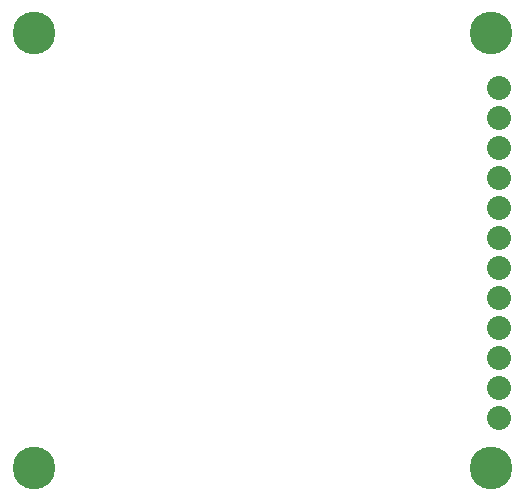
<source format=gbr>
G04 EAGLE Gerber RS-274X export*
G75*
%MOMM*%
%FSLAX34Y34*%
%LPD*%
%INSoldermask Bottom*%
%IPPOS*%
%AMOC8*
5,1,8,0,0,1.08239X$1,22.5*%
G01*
%ADD10C,3.617600*%
%ADD11C,2.032000*%


D10*
X-25400Y342900D03*
X-25400Y-25400D03*
X361950Y342900D03*
X361950Y-25400D03*
D11*
X368300Y295910D03*
X368300Y270510D03*
X368300Y245110D03*
X368300Y219710D03*
X368300Y194310D03*
X368300Y168910D03*
X368300Y143510D03*
X368300Y118110D03*
X368300Y92710D03*
X368300Y67310D03*
X368300Y41910D03*
X368300Y16510D03*
M02*

</source>
